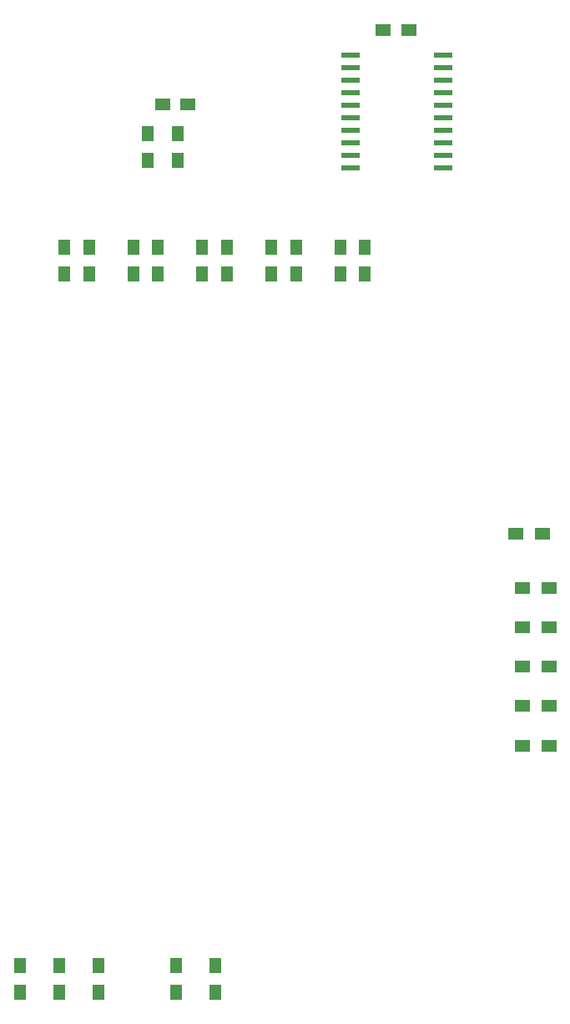
<source format=gbr>
G04 #@! TF.GenerationSoftware,KiCad,Pcbnew,5.0.1*
G04 #@! TF.CreationDate,2019-02-24T10:23:10+01:00*
G04 #@! TF.ProjectId,afterglow_gi_nano,6166746572676C6F775F67695F6E616E,rev?*
G04 #@! TF.SameCoordinates,Original*
G04 #@! TF.FileFunction,Paste,Bot*
G04 #@! TF.FilePolarity,Positive*
%FSLAX46Y46*%
G04 Gerber Fmt 4.6, Leading zero omitted, Abs format (unit mm)*
G04 Created by KiCad (PCBNEW 5.0.1) date So 24 Feb 2019 10:23:10 CET*
%MOMM*%
%LPD*%
G01*
G04 APERTURE LIST*
%ADD10R,1.950000X0.600000*%
%ADD11R,1.500000X1.250000*%
%ADD12R,1.500000X1.300000*%
%ADD13R,1.300000X1.500000*%
G04 APERTURE END LIST*
D10*
G04 #@! TO.C,U1*
X101900000Y-33000000D03*
X101900000Y-34270000D03*
X101900000Y-35540000D03*
X101900000Y-36810000D03*
X101900000Y-38080000D03*
X101900000Y-39350000D03*
X101900000Y-40620000D03*
X101900000Y-41890000D03*
X101900000Y-43160000D03*
X101900000Y-44430000D03*
X92500000Y-44430000D03*
X92500000Y-43160000D03*
X92500000Y-41890000D03*
X92500000Y-40620000D03*
X92500000Y-39350000D03*
X92500000Y-38080000D03*
X92500000Y-36810000D03*
X92500000Y-35540000D03*
X92500000Y-34270000D03*
X92500000Y-33000000D03*
G04 #@! TD*
D11*
G04 #@! TO.C,C3*
X76000000Y-38000000D03*
X73500000Y-38000000D03*
G04 #@! TD*
D12*
G04 #@! TO.C,R1*
X98500000Y-30500000D03*
X95800000Y-30500000D03*
G04 #@! TD*
G04 #@! TO.C,R2*
X112000000Y-81500000D03*
X109300000Y-81500000D03*
G04 #@! TD*
D13*
G04 #@! TO.C,R3*
X59000000Y-128000000D03*
X59000000Y-125300000D03*
G04 #@! TD*
G04 #@! TO.C,R4*
X91500000Y-52500000D03*
X91500000Y-55200000D03*
G04 #@! TD*
G04 #@! TO.C,R5*
X94000000Y-55200000D03*
X94000000Y-52500000D03*
G04 #@! TD*
G04 #@! TO.C,R6*
X63000000Y-125300000D03*
X63000000Y-128000000D03*
G04 #@! TD*
G04 #@! TO.C,R7*
X77500000Y-52500000D03*
X77500000Y-55200000D03*
G04 #@! TD*
G04 #@! TO.C,R8*
X80000000Y-52500000D03*
X80000000Y-55200000D03*
G04 #@! TD*
G04 #@! TO.C,R9*
X67000000Y-125300000D03*
X67000000Y-128000000D03*
G04 #@! TD*
G04 #@! TO.C,R10*
X70500000Y-52500000D03*
X70500000Y-55200000D03*
G04 #@! TD*
G04 #@! TO.C,R11*
X73000000Y-55200000D03*
X73000000Y-52500000D03*
G04 #@! TD*
G04 #@! TO.C,R12*
X74800000Y-125300000D03*
X74800000Y-128000000D03*
G04 #@! TD*
G04 #@! TO.C,R13*
X63500000Y-52500000D03*
X63500000Y-55200000D03*
G04 #@! TD*
G04 #@! TO.C,R14*
X66000000Y-55200000D03*
X66000000Y-52500000D03*
G04 #@! TD*
G04 #@! TO.C,R15*
X78800000Y-125300000D03*
X78800000Y-128000000D03*
G04 #@! TD*
G04 #@! TO.C,R16*
X84500000Y-52500000D03*
X84500000Y-55200000D03*
G04 #@! TD*
G04 #@! TO.C,R17*
X87000000Y-55200000D03*
X87000000Y-52500000D03*
G04 #@! TD*
D12*
G04 #@! TO.C,R18*
X112700000Y-87000000D03*
X110000000Y-87000000D03*
G04 #@! TD*
G04 #@! TO.C,R19*
X110000000Y-91000000D03*
X112700000Y-91000000D03*
G04 #@! TD*
G04 #@! TO.C,R20*
X110000000Y-95000000D03*
X112700000Y-95000000D03*
G04 #@! TD*
G04 #@! TO.C,R21*
X110000000Y-99000000D03*
X112700000Y-99000000D03*
G04 #@! TD*
G04 #@! TO.C,R22*
X110000000Y-103000000D03*
X112700000Y-103000000D03*
G04 #@! TD*
D13*
G04 #@! TO.C,R23*
X72000000Y-43700000D03*
X72000000Y-41000000D03*
G04 #@! TD*
G04 #@! TO.C,R24*
X75000000Y-43700000D03*
X75000000Y-41000000D03*
G04 #@! TD*
M02*

</source>
